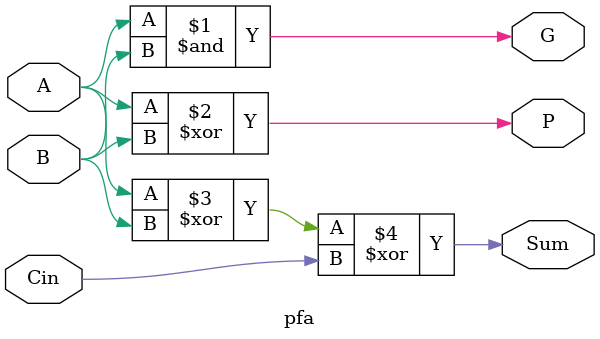
<source format=v>
module pfa(A, B, Cin, Sum, P, G);

input A, B, Cin;
output Sum, P, G;

assign G=A & B;
assign P=A ^ B;
assign Sum=A ^ B ^ Cin;



endmodule 

</source>
